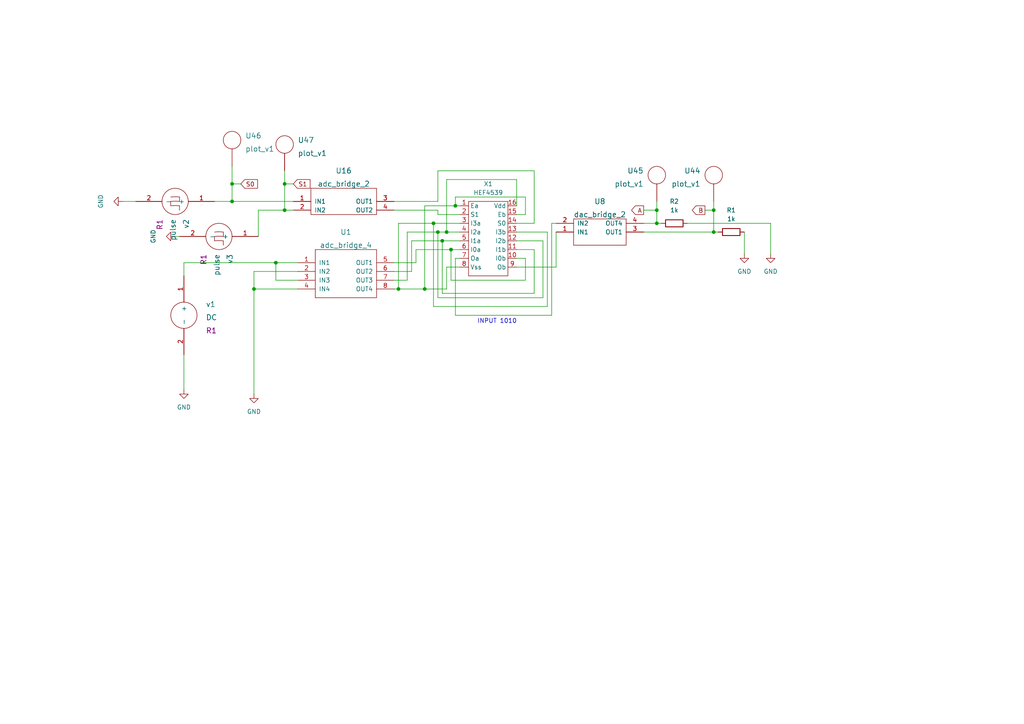
<source format=kicad_sch>
(kicad_sch (version 20211123) (generator eeschema)

  (uuid 9d3ee385-1a26-4b05-af67-77cbc5e95c9e)

  (paper "A4")

  (lib_symbols
    (symbol "eSim_Devices:resistor" (pin_numbers hide) (pin_names (offset 0)) (in_bom yes) (on_board yes)
      (property "Reference" "R" (id 0) (at 1.27 3.302 0)
        (effects (font (size 1.27 1.27)))
      )
      (property "Value" "resistor" (id 1) (at 1.27 -1.27 0)
        (effects (font (size 1.27 1.27)))
      )
      (property "Footprint" "" (id 2) (at 1.27 -0.508 0)
        (effects (font (size 0.762 0.762)))
      )
      (property "Datasheet" "" (id 3) (at 1.27 1.27 90)
        (effects (font (size 0.762 0.762)))
      )
      (property "ki_fp_filters" "R_* Resistor_*" (id 4) (at 0 0 0)
        (effects (font (size 1.27 1.27)) hide)
      )
      (symbol "resistor_0_1"
        (rectangle (start 3.81 0.254) (end -1.27 2.286)
          (stroke (width 0.254) (type default) (color 0 0 0 0))
          (fill (type none))
        )
      )
      (symbol "resistor_1_1"
        (pin passive line (at -2.54 1.27 0) (length 1.27)
          (name "~" (effects (font (size 1.524 1.524))))
          (number "1" (effects (font (size 1.524 1.524))))
        )
        (pin passive line (at 5.08 1.27 180) (length 1.27)
          (name "~" (effects (font (size 1.524 1.524))))
          (number "2" (effects (font (size 1.524 1.524))))
        )
      )
    )
    (symbol "eSim_Hybrid:adc_bridge_2" (pin_names (offset 1.016)) (in_bom yes) (on_board yes)
      (property "Reference" "U" (id 0) (at 0 0 0)
        (effects (font (size 1.524 1.524)))
      )
      (property "Value" "adc_bridge_2" (id 1) (at 0 3.81 0)
        (effects (font (size 1.524 1.524)))
      )
      (property "Footprint" "" (id 2) (at 0 0 0)
        (effects (font (size 1.524 1.524)))
      )
      (property "Datasheet" "" (id 3) (at 0 0 0)
        (effects (font (size 1.524 1.524)))
      )
      (symbol "adc_bridge_2_0_1"
        (rectangle (start -10.16 5.08) (end 8.89 -2.54)
          (stroke (width 0) (type default) (color 0 0 0 0))
          (fill (type none))
        )
      )
      (symbol "adc_bridge_2_1_1"
        (pin input line (at -15.24 1.27 0) (length 5.08)
          (name "IN1" (effects (font (size 1.27 1.27))))
          (number "1" (effects (font (size 1.27 1.27))))
        )
        (pin input line (at -15.24 -1.27 0) (length 5.08)
          (name "IN2" (effects (font (size 1.27 1.27))))
          (number "2" (effects (font (size 1.27 1.27))))
        )
        (pin output line (at 13.97 1.27 180) (length 5.08)
          (name "OUT1" (effects (font (size 1.27 1.27))))
          (number "3" (effects (font (size 1.27 1.27))))
        )
        (pin output line (at 13.97 -1.27 180) (length 5.08)
          (name "OUT2" (effects (font (size 1.27 1.27))))
          (number "4" (effects (font (size 1.27 1.27))))
        )
      )
    )
    (symbol "eSim_Hybrid:adc_bridge_4" (pin_names (offset 1.016)) (in_bom yes) (on_board yes)
      (property "Reference" "U" (id 0) (at 0 0 0)
        (effects (font (size 1.524 1.524)))
      )
      (property "Value" "adc_bridge_4" (id 1) (at 0 7.62 0)
        (effects (font (size 1.524 1.524)))
      )
      (property "Footprint" "" (id 2) (at 0 0 0)
        (effects (font (size 1.524 1.524)))
      )
      (property "Datasheet" "" (id 3) (at 0 0 0)
        (effects (font (size 1.524 1.524)))
      )
      (symbol "adc_bridge_4_0_1"
        (rectangle (start -8.89 8.89) (end 8.89 -5.08)
          (stroke (width 0) (type default) (color 0 0 0 0))
          (fill (type none))
        )
      )
      (symbol "adc_bridge_4_1_1"
        (pin input line (at -13.97 5.08 0) (length 5.08)
          (name "IN1" (effects (font (size 1.27 1.27))))
          (number "1" (effects (font (size 1.27 1.27))))
        )
        (pin input line (at -13.97 2.54 0) (length 5.08)
          (name "IN2" (effects (font (size 1.27 1.27))))
          (number "2" (effects (font (size 1.27 1.27))))
        )
        (pin input line (at -13.97 0 0) (length 5.08)
          (name "IN3" (effects (font (size 1.27 1.27))))
          (number "3" (effects (font (size 1.27 1.27))))
        )
        (pin input line (at -13.97 -2.54 0) (length 5.08)
          (name "IN4" (effects (font (size 1.27 1.27))))
          (number "4" (effects (font (size 1.27 1.27))))
        )
        (pin output line (at 13.97 5.08 180) (length 5.08)
          (name "OUT1" (effects (font (size 1.27 1.27))))
          (number "5" (effects (font (size 1.27 1.27))))
        )
        (pin output line (at 13.97 2.54 180) (length 5.08)
          (name "OUT2" (effects (font (size 1.27 1.27))))
          (number "6" (effects (font (size 1.27 1.27))))
        )
        (pin output line (at 13.97 0 180) (length 5.08)
          (name "OUT3" (effects (font (size 1.27 1.27))))
          (number "7" (effects (font (size 1.27 1.27))))
        )
        (pin output line (at 13.97 -2.54 180) (length 5.08)
          (name "OUT4" (effects (font (size 1.27 1.27))))
          (number "8" (effects (font (size 1.27 1.27))))
        )
      )
    )
    (symbol "eSim_Hybrid:dac_bridge_2" (pin_names (offset 1.016)) (in_bom yes) (on_board yes)
      (property "Reference" "U" (id 0) (at 0 0 0)
        (effects (font (size 1.524 1.524)))
      )
      (property "Value" "dac_bridge_2" (id 1) (at 1.27 3.81 0)
        (effects (font (size 1.524 1.524)))
      )
      (property "Footprint" "" (id 2) (at 0 0 0)
        (effects (font (size 1.524 1.524)))
      )
      (property "Datasheet" "" (id 3) (at 0 0 0)
        (effects (font (size 1.524 1.524)))
      )
      (symbol "dac_bridge_2_0_1"
        (rectangle (start -6.35 5.08) (end 8.89 -2.54)
          (stroke (width 0) (type default) (color 0 0 0 0))
          (fill (type none))
        )
      )
      (symbol "dac_bridge_2_1_1"
        (pin input line (at -11.43 1.27 0) (length 5.08)
          (name "IN1" (effects (font (size 1.27 1.27))))
          (number "1" (effects (font (size 1.27 1.27))))
        )
        (pin input line (at -11.43 -1.27 0) (length 5.08)
          (name "IN2" (effects (font (size 1.27 1.27))))
          (number "2" (effects (font (size 1.27 1.27))))
        )
        (pin output line (at 13.97 1.27 180) (length 5.08)
          (name "OUT1" (effects (font (size 1.27 1.27))))
          (number "3" (effects (font (size 1.27 1.27))))
        )
        (pin output line (at 13.97 -1.27 180) (length 5.08)
          (name "OUT4" (effects (font (size 1.27 1.27))))
          (number "4" (effects (font (size 1.27 1.27))))
        )
      )
    )
    (symbol "eSim_Plot:plot_v1" (pin_names (offset 1.016)) (in_bom yes) (on_board yes)
      (property "Reference" "U" (id 0) (at 0 12.7 0)
        (effects (font (size 1.524 1.524)))
      )
      (property "Value" "plot_v1" (id 1) (at 5.08 8.89 0)
        (effects (font (size 1.524 1.524)))
      )
      (property "Footprint" "" (id 2) (at 0 0 0)
        (effects (font (size 1.524 1.524)))
      )
      (property "Datasheet" "" (id 3) (at 0 0 0)
        (effects (font (size 1.524 1.524)))
      )
      (symbol "plot_v1_0_1"
        (circle (center 0 12.7) (radius 2.54)
          (stroke (width 0) (type default) (color 0 0 0 0))
          (fill (type none))
        )
      )
      (symbol "plot_v1_1_1"
        (pin input line (at 0 5.08 90) (length 5.08)
          (name "~" (effects (font (size 1.27 1.27))))
          (number "~" (effects (font (size 1.27 1.27))))
        )
      )
    )
    (symbol "eSim_Power:eSim_GND" (power) (pin_names (offset 0)) (in_bom yes) (on_board yes)
      (property "Reference" "#PWR" (id 0) (at 0 -6.35 0)
        (effects (font (size 1.27 1.27)) hide)
      )
      (property "Value" "eSim_GND" (id 1) (at 0 -3.81 0)
        (effects (font (size 1.27 1.27)))
      )
      (property "Footprint" "" (id 2) (at 0 0 0)
        (effects (font (size 1.27 1.27)) hide)
      )
      (property "Datasheet" "" (id 3) (at 0 0 0)
        (effects (font (size 1.27 1.27)) hide)
      )
      (symbol "eSim_GND_0_1"
        (polyline
          (pts
            (xy 0 0)
            (xy 0 -1.27)
            (xy 1.27 -1.27)
            (xy 0 -2.54)
            (xy -1.27 -1.27)
            (xy 0 -1.27)
          )
          (stroke (width 0) (type default) (color 0 0 0 0))
          (fill (type none))
        )
      )
      (symbol "eSim_GND_1_1"
        (pin power_in line (at 0 0 270) (length 0) hide
          (name "GND" (effects (font (size 1.27 1.27))))
          (number "1" (effects (font (size 1.27 1.27))))
        )
      )
    )
    (symbol "eSim_Sources:DC" (pin_names (offset 1.016)) (in_bom yes) (on_board yes)
      (property "Reference" "v" (id 0) (at -5.08 2.54 0)
        (effects (font (size 1.524 1.524)))
      )
      (property "Value" "DC" (id 1) (at -5.08 -1.27 0)
        (effects (font (size 1.524 1.524)))
      )
      (property "Footprint" "R1" (id 2) (at -7.62 0 0)
        (effects (font (size 1.524 1.524)))
      )
      (property "Datasheet" "" (id 3) (at 0 0 0)
        (effects (font (size 1.524 1.524)))
      )
      (property "ki_fp_filters" "1_pin" (id 4) (at 0 0 0)
        (effects (font (size 1.27 1.27)) hide)
      )
      (symbol "DC_0_1"
        (circle (center 0 0) (radius 3.81)
          (stroke (width 0) (type default) (color 0 0 0 0))
          (fill (type none))
        )
      )
      (symbol "DC_1_1"
        (pin power_out line (at 0 11.43 270) (length 7.62)
          (name "+" (effects (font (size 1.27 1.27))))
          (number "1" (effects (font (size 1.27 1.27))))
        )
        (pin power_out line (at 0 -11.43 90) (length 7.62)
          (name "-" (effects (font (size 1.27 1.27))))
          (number "2" (effects (font (size 1.27 1.27))))
        )
      )
    )
    (symbol "eSim_Sources:pulse" (pin_names (offset 1.016)) (in_bom yes) (on_board yes)
      (property "Reference" "v" (id 0) (at -5.08 2.54 0)
        (effects (font (size 1.524 1.524)))
      )
      (property "Value" "pulse" (id 1) (at -5.08 -1.27 0)
        (effects (font (size 1.524 1.524)))
      )
      (property "Footprint" "R1" (id 2) (at -7.62 0 0)
        (effects (font (size 1.524 1.524)))
      )
      (property "Datasheet" "" (id 3) (at 0 0 0)
        (effects (font (size 1.524 1.524)))
      )
      (property "ki_fp_filters" "1_pin" (id 4) (at 0 0 0)
        (effects (font (size 1.27 1.27)) hide)
      )
      (symbol "pulse_0_1"
        (arc (start -1.27 1.27) (mid -1.3491 0) (end -1.27 -1.27)
          (stroke (width 0) (type default) (color 0 0 0 0))
          (fill (type none))
        )
        (arc (start 0 -1.27) (mid 0.635 -1.2876) (end 1.27 -1.27)
          (stroke (width 0) (type default) (color 0 0 0 0))
          (fill (type none))
        )
        (circle (center 0 0) (radius 3.81)
          (stroke (width 0) (type default) (color 0 0 0 0))
          (fill (type none))
        )
        (arc (start 0 1.27) (mid -0.635 1.2859) (end -1.27 1.27)
          (stroke (width 0) (type default) (color 0 0 0 0))
          (fill (type none))
        )
        (arc (start 0 1.27) (mid -0.0703 0) (end 0 -1.27)
          (stroke (width 0) (type default) (color 0 0 0 0))
          (fill (type none))
        )
        (arc (start 1.27 1.27) (mid 1.2124 0) (end 1.27 -1.27)
          (stroke (width 0) (type default) (color 0 0 0 0))
          (fill (type none))
        )
        (arc (start 1.27 1.27) (mid 1.905 1.2556) (end 2.54 1.27)
          (stroke (width 0) (type default) (color 0 0 0 0))
          (fill (type none))
        )
      )
      (symbol "pulse_1_1"
        (pin passive line (at 0 11.43 270) (length 7.62)
          (name "+" (effects (font (size 1.27 1.27))))
          (number "1" (effects (font (size 1.27 1.27))))
        )
        (pin passive line (at 0 -11.43 90) (length 7.62)
          (name "-" (effects (font (size 1.27 1.27))))
          (number "2" (effects (font (size 1.27 1.27))))
        )
      )
    )
    (symbol "eSim_Subckt:HEF4539" (in_bom yes) (on_board yes)
      (property "Reference" "X" (id 0) (at 0 -16.51 0)
        (effects (font (size 1.27 1.27)))
      )
      (property "Value" "HEF4539" (id 1) (at 0 8.89 0)
        (effects (font (size 1.27 1.27)))
      )
      (property "Footprint" "" (id 2) (at 2.54 0 0)
        (effects (font (size 1.27 1.27)) hide)
      )
      (property "Datasheet" "" (id 3) (at 2.54 0 0)
        (effects (font (size 1.27 1.27)) hide)
      )
      (symbol "HEF4539_0_1"
        (rectangle (start -6.35 6.35) (end 5.08 -15.24)
          (stroke (width 0) (type default) (color 0 0 0 0))
          (fill (type none))
        )
      )
      (symbol "HEF4539_1_1"
        (pin input line (at -8.89 5.08 0) (length 2.54)
          (name "Ea" (effects (font (size 1.27 1.27))))
          (number "1" (effects (font (size 1.27 1.27))))
        )
        (pin input line (at 7.62 -10.16 180) (length 2.54)
          (name "I0b" (effects (font (size 1.27 1.27))))
          (number "10" (effects (font (size 1.27 1.27))))
        )
        (pin input line (at 7.62 -7.62 180) (length 2.54)
          (name "I1b" (effects (font (size 1.27 1.27))))
          (number "11" (effects (font (size 1.27 1.27))))
        )
        (pin input line (at 7.62 -5.08 180) (length 2.54)
          (name "I2b" (effects (font (size 1.27 1.27))))
          (number "12" (effects (font (size 1.27 1.27))))
        )
        (pin input line (at 7.62 -2.54 180) (length 2.54)
          (name "I3b" (effects (font (size 1.27 1.27))))
          (number "13" (effects (font (size 1.27 1.27))))
        )
        (pin input line (at 7.62 0 180) (length 2.54)
          (name "S0" (effects (font (size 1.27 1.27))))
          (number "14" (effects (font (size 1.27 1.27))))
        )
        (pin input line (at 7.62 2.54 180) (length 2.54)
          (name "Eb" (effects (font (size 1.27 1.27))))
          (number "15" (effects (font (size 1.27 1.27))))
        )
        (pin input line (at 7.62 5.08 180) (length 2.54)
          (name "Vdd" (effects (font (size 1.27 1.27))))
          (number "16" (effects (font (size 1.27 1.27))))
        )
        (pin input line (at -8.89 2.54 0) (length 2.54)
          (name "S1" (effects (font (size 1.27 1.27))))
          (number "2" (effects (font (size 1.27 1.27))))
        )
        (pin input line (at -8.89 0 0) (length 2.54)
          (name "I3a" (effects (font (size 1.27 1.27))))
          (number "3" (effects (font (size 1.27 1.27))))
        )
        (pin input line (at -8.89 -2.54 0) (length 2.54)
          (name "I2a" (effects (font (size 1.27 1.27))))
          (number "4" (effects (font (size 1.27 1.27))))
        )
        (pin input line (at -8.89 -5.08 0) (length 2.54)
          (name "I1a" (effects (font (size 1.27 1.27))))
          (number "5" (effects (font (size 1.27 1.27))))
        )
        (pin input line (at -8.89 -7.62 0) (length 2.54)
          (name "I0a" (effects (font (size 1.27 1.27))))
          (number "6" (effects (font (size 1.27 1.27))))
        )
        (pin output line (at -8.89 -10.16 0) (length 2.54)
          (name "Oa" (effects (font (size 1.27 1.27))))
          (number "7" (effects (font (size 1.27 1.27))))
        )
        (pin input line (at -8.89 -12.7 0) (length 2.54)
          (name "Vss" (effects (font (size 1.27 1.27))))
          (number "8" (effects (font (size 1.27 1.27))))
        )
        (pin output line (at 7.62 -12.7 180) (length 2.54)
          (name "Ob" (effects (font (size 1.27 1.27))))
          (number "9" (effects (font (size 1.27 1.27))))
        )
      )
    )
  )

  (junction (at 127 67.31) (diameter 0) (color 0 0 0 0)
    (uuid 0cfe4fd9-adf4-4a6d-bfc1-fde48b37e995)
  )
  (junction (at 73.66 83.82) (diameter 0) (color 0 0 0 0)
    (uuid 0ed7ee51-b135-4ea6-a1e6-03c36a11bf74)
  )
  (junction (at 132.08 59.69) (diameter 0) (color 0 0 0 0)
    (uuid 1ebf2362-aa38-456e-8da9-81cf381c01a3)
  )
  (junction (at 115.57 83.82) (diameter 0) (color 0 0 0 0)
    (uuid 2c59b898-def7-4ecf-84f7-f3935a5d1ae3)
  )
  (junction (at 190.5 64.77) (diameter 0) (color 0 0 0 0)
    (uuid 2f73dae8-c1b6-42b6-bbfe-7c57908cc3cf)
  )
  (junction (at 125.73 64.77) (diameter 0) (color 0 0 0 0)
    (uuid 3ce229d0-3952-4537-b185-ccdd17f05fef)
  )
  (junction (at 128.27 69.85) (diameter 0) (color 0 0 0 0)
    (uuid 5388abee-90de-40d1-8c8a-2bc087d007af)
  )
  (junction (at 82.55 60.96) (diameter 0) (color 0 0 0 0)
    (uuid 53d276aa-a7cc-4bc7-b4ea-d668cd420af7)
  )
  (junction (at 67.31 53.34) (diameter 0) (color 0 0 0 0)
    (uuid 8703474c-c923-478f-ae84-15e5755c1fda)
  )
  (junction (at 67.31 58.42) (diameter 0) (color 0 0 0 0)
    (uuid 97b1ad9b-d9bb-40e9-9125-8b64b5c4f80b)
  )
  (junction (at 123.19 83.82) (diameter 0) (color 0 0 0 0)
    (uuid 9a267d9c-8ac0-4560-a6e5-6c6a3dea1a05)
  )
  (junction (at 129.54 67.31) (diameter 0) (color 0 0 0 0)
    (uuid b29ce1b1-4028-43ce-af21-ce65dbb4bf06)
  )
  (junction (at 80.01 76.2) (diameter 0) (color 0 0 0 0)
    (uuid c6fe8f88-001c-43f1-80d4-02e5ee81f9f0)
  )
  (junction (at 190.5 60.96) (diameter 0) (color 0 0 0 0)
    (uuid cc981677-0f34-4ad0-902d-cf57ff889e14)
  )
  (junction (at 82.55 53.34) (diameter 0) (color 0 0 0 0)
    (uuid d73e4586-027e-4362-928b-a22559d11d57)
  )
  (junction (at 130.81 72.39) (diameter 0) (color 0 0 0 0)
    (uuid e0d84599-b9df-4ee5-925e-88582b802d52)
  )
  (junction (at 207.01 60.96) (diameter 0) (color 0 0 0 0)
    (uuid e2046d35-7c66-42f0-9645-bef398354867)
  )
  (junction (at 207.01 67.31) (diameter 0) (color 0 0 0 0)
    (uuid f8501a9a-feb2-4539-8109-7be5b1d5cbab)
  )

  (wire (pts (xy 114.3 58.42) (xy 127 58.42))
    (stroke (width 0) (type default) (color 0 0 0 0))
    (uuid 042d63dd-8a5b-4317-9428-057bd9e3020e)
  )
  (wire (pts (xy 128.27 69.85) (xy 133.35 69.85))
    (stroke (width 0) (type default) (color 0 0 0 0))
    (uuid 05a07367-e45a-4a01-982f-bfe414ac0a0f)
  )
  (wire (pts (xy 86.36 83.82) (xy 73.66 83.82))
    (stroke (width 0) (type default) (color 0 0 0 0))
    (uuid 05ff6cb7-a9e2-4eed-ba78-64a9c21d1733)
  )
  (wire (pts (xy 132.08 91.44) (xy 132.08 74.93))
    (stroke (width 0) (type default) (color 0 0 0 0))
    (uuid 084d2cfa-202e-4d24-ac6e-dbf5a5c87b7c)
  )
  (wire (pts (xy 132.08 91.44) (xy 160.02 91.44))
    (stroke (width 0) (type default) (color 0 0 0 0))
    (uuid 0cf69794-2f9a-4850-8581-7a3f485a60fd)
  )
  (wire (pts (xy 132.08 74.93) (xy 133.35 74.93))
    (stroke (width 0) (type default) (color 0 0 0 0))
    (uuid 12f445d8-88a7-419f-a1ba-e13e7cc6fbfe)
  )
  (wire (pts (xy 67.31 48.26) (xy 67.31 53.34))
    (stroke (width 0) (type default) (color 0 0 0 0))
    (uuid 13bf8aa2-d111-4e85-a984-3aa5a97bbd9c)
  )
  (wire (pts (xy 80.01 76.2) (xy 86.36 76.2))
    (stroke (width 0) (type default) (color 0 0 0 0))
    (uuid 15fd01d5-e5b5-4da9-a5a9-c03c6fda542d)
  )
  (wire (pts (xy 114.3 78.74) (xy 119.38 78.74))
    (stroke (width 0) (type default) (color 0 0 0 0))
    (uuid 19a25908-594e-4bc8-a76f-30e66959e43f)
  )
  (wire (pts (xy 119.38 69.85) (xy 128.27 69.85))
    (stroke (width 0) (type default) (color 0 0 0 0))
    (uuid 1e0eb59a-7b8e-4d23-b1eb-1d7f131fdca4)
  )
  (wire (pts (xy 207.01 60.96) (xy 207.01 67.31))
    (stroke (width 0) (type default) (color 0 0 0 0))
    (uuid 1f853093-d6ac-4c44-ab89-77f47b36758f)
  )
  (wire (pts (xy 223.52 64.77) (xy 199.39 64.77))
    (stroke (width 0) (type default) (color 0 0 0 0))
    (uuid 21f5f43c-af33-4f3a-8adc-f481ff8cc6d3)
  )
  (wire (pts (xy 118.11 81.28) (xy 118.11 67.31))
    (stroke (width 0) (type default) (color 0 0 0 0))
    (uuid 2c829c33-06a1-421d-a218-a6d19c6794a6)
  )
  (wire (pts (xy 53.34 80.01) (xy 53.34 76.2))
    (stroke (width 0) (type default) (color 0 0 0 0))
    (uuid 339ca254-7dd7-49cb-b811-2cec48f36bcd)
  )
  (wire (pts (xy 125.73 64.77) (xy 133.35 64.77))
    (stroke (width 0) (type default) (color 0 0 0 0))
    (uuid 34bae49c-8545-4336-910b-410ab98d9adc)
  )
  (wire (pts (xy 82.55 60.96) (xy 85.09 60.96))
    (stroke (width 0) (type default) (color 0 0 0 0))
    (uuid 37118fd5-0e82-440b-97a6-ecd0f560f6ff)
  )
  (wire (pts (xy 74.93 68.58) (xy 74.93 60.96))
    (stroke (width 0) (type default) (color 0 0 0 0))
    (uuid 3a007693-5329-4884-a9a3-d782f6b6e1a5)
  )
  (wire (pts (xy 132.08 59.69) (xy 123.19 59.69))
    (stroke (width 0) (type default) (color 0 0 0 0))
    (uuid 3e11519f-5fb8-4c81-9e2f-6c3106da8e20)
  )
  (wire (pts (xy 149.86 69.85) (xy 157.48 69.85))
    (stroke (width 0) (type default) (color 0 0 0 0))
    (uuid 40137bca-0ae1-4482-aa79-9ba0382f028c)
  )
  (wire (pts (xy 154.94 72.39) (xy 154.94 85.09))
    (stroke (width 0) (type default) (color 0 0 0 0))
    (uuid 40fbb7c7-9824-452e-b055-da4b957f31a7)
  )
  (wire (pts (xy 67.31 53.34) (xy 69.85 53.34))
    (stroke (width 0) (type default) (color 0 0 0 0))
    (uuid 448b10db-0564-4bea-8c78-a5d5e36ec1d0)
  )
  (wire (pts (xy 82.55 53.34) (xy 82.55 60.96))
    (stroke (width 0) (type default) (color 0 0 0 0))
    (uuid 44914ff3-a7e9-47c4-b6eb-5a26a3770a36)
  )
  (wire (pts (xy 130.81 81.28) (xy 130.81 72.39))
    (stroke (width 0) (type default) (color 0 0 0 0))
    (uuid 4961568f-d35f-4195-8121-f968f50812b2)
  )
  (wire (pts (xy 74.93 60.96) (xy 82.55 60.96))
    (stroke (width 0) (type default) (color 0 0 0 0))
    (uuid 4ad02bca-6332-45ec-9f07-fb416383fcb0)
  )
  (wire (pts (xy 132.08 57.15) (xy 132.08 59.69))
    (stroke (width 0) (type default) (color 0 0 0 0))
    (uuid 51c85386-0b61-49b1-abb7-88cc052ea832)
  )
  (wire (pts (xy 152.4 62.23) (xy 152.4 57.15))
    (stroke (width 0) (type default) (color 0 0 0 0))
    (uuid 57b4ae09-3b14-428c-ad38-deb51efbe709)
  )
  (wire (pts (xy 115.57 83.82) (xy 115.57 64.77))
    (stroke (width 0) (type default) (color 0 0 0 0))
    (uuid 5f64d94b-9acb-4c51-ae7f-98495b326982)
  )
  (wire (pts (xy 114.3 81.28) (xy 118.11 81.28))
    (stroke (width 0) (type default) (color 0 0 0 0))
    (uuid 5fab16ef-223b-42eb-9d12-bb94396ac059)
  )
  (wire (pts (xy 128.27 85.09) (xy 128.27 69.85))
    (stroke (width 0) (type default) (color 0 0 0 0))
    (uuid 60a2934f-6300-4fe7-9aa7-f8e9e90c3000)
  )
  (wire (pts (xy 119.38 78.74) (xy 119.38 69.85))
    (stroke (width 0) (type default) (color 0 0 0 0))
    (uuid 629b507f-f403-4a60-a416-590d2fed1388)
  )
  (wire (pts (xy 149.86 52.07) (xy 129.54 52.07))
    (stroke (width 0) (type default) (color 0 0 0 0))
    (uuid 63b9a6f5-9d05-44b9-a5c4-f747f226ef45)
  )
  (wire (pts (xy 123.19 83.82) (xy 115.57 83.82))
    (stroke (width 0) (type default) (color 0 0 0 0))
    (uuid 6636d3d1-846d-4799-a1c9-a139743faf3c)
  )
  (wire (pts (xy 73.66 78.74) (xy 73.66 83.82))
    (stroke (width 0) (type default) (color 0 0 0 0))
    (uuid 6a058027-52e5-45b6-a0c6-275daddcdd28)
  )
  (wire (pts (xy 86.36 81.28) (xy 80.01 81.28))
    (stroke (width 0) (type default) (color 0 0 0 0))
    (uuid 6a79b477-9555-42ee-b154-f7528e28a0a3)
  )
  (wire (pts (xy 207.01 67.31) (xy 186.69 67.31))
    (stroke (width 0) (type default) (color 0 0 0 0))
    (uuid 6bb99b28-2052-41d5-8e0e-c654771c9cf3)
  )
  (wire (pts (xy 215.9 67.31) (xy 215.9 73.66))
    (stroke (width 0) (type default) (color 0 0 0 0))
    (uuid 6eaf2a97-6a7b-45d4-a5d8-39f40ccee42c)
  )
  (wire (pts (xy 127 67.31) (xy 129.54 67.31))
    (stroke (width 0) (type default) (color 0 0 0 0))
    (uuid 753b26e8-1494-463e-bd55-325acf24d3ee)
  )
  (wire (pts (xy 152.4 74.93) (xy 152.4 81.28))
    (stroke (width 0) (type default) (color 0 0 0 0))
    (uuid 7d9fba09-b92e-4f05-af01-32ad87f08e81)
  )
  (wire (pts (xy 207.01 60.96) (xy 204.47 60.96))
    (stroke (width 0) (type default) (color 0 0 0 0))
    (uuid 7f8970af-9f57-4632-9a28-13ec24c44714)
  )
  (wire (pts (xy 127 62.23) (xy 133.35 62.23))
    (stroke (width 0) (type default) (color 0 0 0 0))
    (uuid 813d0c48-aa2a-4439-bea9-cf0c663c8ded)
  )
  (wire (pts (xy 118.11 67.31) (xy 127 67.31))
    (stroke (width 0) (type default) (color 0 0 0 0))
    (uuid 82c14b64-c7cc-4e78-9def-66de9534c383)
  )
  (wire (pts (xy 207.01 58.42) (xy 207.01 60.96))
    (stroke (width 0) (type default) (color 0 0 0 0))
    (uuid 862e4b97-e000-4be7-8b19-e311a8b24cdf)
  )
  (wire (pts (xy 157.48 69.85) (xy 157.48 86.36))
    (stroke (width 0) (type default) (color 0 0 0 0))
    (uuid 878a8d55-e23c-4bbf-8428-e5b27d9f6665)
  )
  (wire (pts (xy 149.86 77.47) (xy 161.29 77.47))
    (stroke (width 0) (type default) (color 0 0 0 0))
    (uuid 8bc17919-cac5-4002-9921-607a082ea539)
  )
  (wire (pts (xy 190.5 60.96) (xy 190.5 64.77))
    (stroke (width 0) (type default) (color 0 0 0 0))
    (uuid 916ca569-3940-4620-a44b-260a504410b3)
  )
  (wire (pts (xy 127 49.53) (xy 154.94 49.53))
    (stroke (width 0) (type default) (color 0 0 0 0))
    (uuid 9277c9fb-8656-4b50-9210-905f73a05c1f)
  )
  (wire (pts (xy 39.37 58.42) (xy 35.56 58.42))
    (stroke (width 0) (type default) (color 0 0 0 0))
    (uuid 98b65ccf-8cda-4b3b-a0b9-96253e6f5f51)
  )
  (wire (pts (xy 80.01 81.28) (xy 80.01 76.2))
    (stroke (width 0) (type default) (color 0 0 0 0))
    (uuid 9aaa4a83-0e0a-4a00-9184-8e8de18ddde4)
  )
  (wire (pts (xy 129.54 52.07) (xy 129.54 67.31))
    (stroke (width 0) (type default) (color 0 0 0 0))
    (uuid 9bddce64-e964-43b9-b989-e10d7b5a3e38)
  )
  (wire (pts (xy 133.35 59.69) (xy 132.08 59.69))
    (stroke (width 0) (type default) (color 0 0 0 0))
    (uuid 9fc8600e-0efa-4e48-b22d-08d0e537d6ee)
  )
  (wire (pts (xy 161.29 67.31) (xy 161.29 77.47))
    (stroke (width 0) (type default) (color 0 0 0 0))
    (uuid a0936129-cf16-46d8-b07f-299885f6e73a)
  )
  (wire (pts (xy 129.54 83.82) (xy 123.19 83.82))
    (stroke (width 0) (type default) (color 0 0 0 0))
    (uuid a0979c13-8735-41f2-8f74-ac2104d8fda4)
  )
  (wire (pts (xy 67.31 53.34) (xy 67.31 58.42))
    (stroke (width 0) (type default) (color 0 0 0 0))
    (uuid a0bc6054-67e5-4b70-8cbb-0ac17e6f857f)
  )
  (wire (pts (xy 152.4 57.15) (xy 132.08 57.15))
    (stroke (width 0) (type default) (color 0 0 0 0))
    (uuid a3e8330c-33c3-4efd-9d90-ede9d7e7d114)
  )
  (wire (pts (xy 52.07 68.58) (xy 50.8 68.58))
    (stroke (width 0) (type default) (color 0 0 0 0))
    (uuid a64fe5ef-521a-47f3-9e17-14c96a8495d7)
  )
  (wire (pts (xy 114.3 83.82) (xy 115.57 83.82))
    (stroke (width 0) (type default) (color 0 0 0 0))
    (uuid a9d2f963-f1f9-4b22-b843-8e8f140fe889)
  )
  (wire (pts (xy 149.86 67.31) (xy 158.75 67.31))
    (stroke (width 0) (type default) (color 0 0 0 0))
    (uuid ab8c7d09-63d3-4f80-a3c2-e2439aa6006e)
  )
  (wire (pts (xy 160.02 91.44) (xy 160.02 64.77))
    (stroke (width 0) (type default) (color 0 0 0 0))
    (uuid af9d8874-62bd-42fe-a289-e325fa6bf9aa)
  )
  (wire (pts (xy 125.73 64.77) (xy 125.73 88.9))
    (stroke (width 0) (type default) (color 0 0 0 0))
    (uuid afb6536c-5cc6-4409-804f-42e4de6927aa)
  )
  (wire (pts (xy 127 86.36) (xy 127 67.31))
    (stroke (width 0) (type default) (color 0 0 0 0))
    (uuid b4911523-2c39-480b-a8c1-d730d5163c96)
  )
  (wire (pts (xy 120.65 76.2) (xy 120.65 72.39))
    (stroke (width 0) (type default) (color 0 0 0 0))
    (uuid b4af9937-b536-4716-ac8e-399c93c391f9)
  )
  (wire (pts (xy 123.19 59.69) (xy 123.19 83.82))
    (stroke (width 0) (type default) (color 0 0 0 0))
    (uuid b6d8991e-3381-41e1-9ad8-7defa007f198)
  )
  (wire (pts (xy 154.94 64.77) (xy 149.86 64.77))
    (stroke (width 0) (type default) (color 0 0 0 0))
    (uuid bd87e457-77c6-47f0-8111-f83b2b56059d)
  )
  (wire (pts (xy 157.48 86.36) (xy 127 86.36))
    (stroke (width 0) (type default) (color 0 0 0 0))
    (uuid bfd780dd-59ee-42a7-b6d8-4d3eb5901969)
  )
  (wire (pts (xy 129.54 67.31) (xy 133.35 67.31))
    (stroke (width 0) (type default) (color 0 0 0 0))
    (uuid c21d7764-41fc-4e1c-986e-70e765b91573)
  )
  (wire (pts (xy 130.81 72.39) (xy 133.35 72.39))
    (stroke (width 0) (type default) (color 0 0 0 0))
    (uuid c26c7127-6bfc-417c-bfff-4b593311abd3)
  )
  (wire (pts (xy 67.31 58.42) (xy 85.09 58.42))
    (stroke (width 0) (type default) (color 0 0 0 0))
    (uuid c26d9269-1c8a-4e23-bcb8-f5d297f1a1bb)
  )
  (wire (pts (xy 73.66 83.82) (xy 73.66 114.3))
    (stroke (width 0) (type default) (color 0 0 0 0))
    (uuid c69d304c-1983-45b0-990e-6e6788b7500e)
  )
  (wire (pts (xy 62.23 58.42) (xy 67.31 58.42))
    (stroke (width 0) (type default) (color 0 0 0 0))
    (uuid c882da05-fc19-42e9-b7ae-47d398e19570)
  )
  (wire (pts (xy 154.94 49.53) (xy 154.94 64.77))
    (stroke (width 0) (type default) (color 0 0 0 0))
    (uuid c8de73d1-7bb8-49dd-bd3f-a3c0765868a1)
  )
  (wire (pts (xy 190.5 60.96) (xy 186.69 60.96))
    (stroke (width 0) (type default) (color 0 0 0 0))
    (uuid cd651cee-bbb0-4772-a8f5-0a6eac7181a7)
  )
  (wire (pts (xy 190.5 58.42) (xy 190.5 60.96))
    (stroke (width 0) (type default) (color 0 0 0 0))
    (uuid ce51ef8b-63b8-4701-a07b-381cfc8d3dc5)
  )
  (wire (pts (xy 115.57 64.77) (xy 125.73 64.77))
    (stroke (width 0) (type default) (color 0 0 0 0))
    (uuid cedd9b2a-4be8-4585-a281-d566940b1245)
  )
  (wire (pts (xy 191.77 64.77) (xy 190.5 64.77))
    (stroke (width 0) (type default) (color 0 0 0 0))
    (uuid cf16565e-a4d6-424d-a188-522997e0522e)
  )
  (wire (pts (xy 120.65 72.39) (xy 130.81 72.39))
    (stroke (width 0) (type default) (color 0 0 0 0))
    (uuid cf8d8bec-75e1-4e1f-856b-de5f2f5d8011)
  )
  (wire (pts (xy 114.3 60.96) (xy 127 60.96))
    (stroke (width 0) (type default) (color 0 0 0 0))
    (uuid d1fdc053-e7bb-47d0-b2db-f6f5bc7aee6a)
  )
  (wire (pts (xy 160.02 64.77) (xy 161.29 64.77))
    (stroke (width 0) (type default) (color 0 0 0 0))
    (uuid d402bd3f-ba54-4130-8c7f-24b35e0f7585)
  )
  (wire (pts (xy 149.86 72.39) (xy 154.94 72.39))
    (stroke (width 0) (type default) (color 0 0 0 0))
    (uuid d4222cc3-29ca-4736-b3f4-755866f8e872)
  )
  (wire (pts (xy 190.5 64.77) (xy 186.69 64.77))
    (stroke (width 0) (type default) (color 0 0 0 0))
    (uuid d5e09677-d0f5-497f-a9df-ad09ec946415)
  )
  (wire (pts (xy 223.52 73.66) (xy 223.52 64.77))
    (stroke (width 0) (type default) (color 0 0 0 0))
    (uuid d63493b5-05e5-4295-bfbf-f055bbf9e06d)
  )
  (wire (pts (xy 53.34 76.2) (xy 80.01 76.2))
    (stroke (width 0) (type default) (color 0 0 0 0))
    (uuid d6bcc92e-f9e5-4f53-90b6-efe663377f7b)
  )
  (wire (pts (xy 158.75 88.9) (xy 125.73 88.9))
    (stroke (width 0) (type default) (color 0 0 0 0))
    (uuid dae272f5-e0c1-4d85-adb2-e26f9abe4708)
  )
  (wire (pts (xy 82.55 53.34) (xy 85.09 53.34))
    (stroke (width 0) (type default) (color 0 0 0 0))
    (uuid dc8b6d3d-b737-4ed2-9851-96bf4ad24e79)
  )
  (wire (pts (xy 73.66 78.74) (xy 86.36 78.74))
    (stroke (width 0) (type default) (color 0 0 0 0))
    (uuid def24186-d49d-46ff-992e-f23350991411)
  )
  (wire (pts (xy 129.54 77.47) (xy 129.54 83.82))
    (stroke (width 0) (type default) (color 0 0 0 0))
    (uuid df9a618d-5660-45e5-bafc-43b074e32c3f)
  )
  (wire (pts (xy 149.86 62.23) (xy 152.4 62.23))
    (stroke (width 0) (type default) (color 0 0 0 0))
    (uuid e0046bc6-2de0-45b4-a82f-24c65efde6b9)
  )
  (wire (pts (xy 149.86 59.69) (xy 149.86 52.07))
    (stroke (width 0) (type default) (color 0 0 0 0))
    (uuid e25290a9-b2fd-4535-b755-dd5e0f1e5c16)
  )
  (wire (pts (xy 133.35 77.47) (xy 129.54 77.47))
    (stroke (width 0) (type default) (color 0 0 0 0))
    (uuid e2d843b7-524e-4e86-b71b-490e8009c471)
  )
  (wire (pts (xy 114.3 76.2) (xy 120.65 76.2))
    (stroke (width 0) (type default) (color 0 0 0 0))
    (uuid e5a531b4-a85d-42a1-b3fd-a1d6a1ce639e)
  )
  (wire (pts (xy 82.55 49.53) (xy 82.55 53.34))
    (stroke (width 0) (type default) (color 0 0 0 0))
    (uuid e6481902-53e2-4d53-bd52-fd826c552c18)
  )
  (wire (pts (xy 158.75 67.31) (xy 158.75 88.9))
    (stroke (width 0) (type default) (color 0 0 0 0))
    (uuid e8066ebb-997b-4b58-bf3d-269771a51548)
  )
  (wire (pts (xy 149.86 74.93) (xy 152.4 74.93))
    (stroke (width 0) (type default) (color 0 0 0 0))
    (uuid e8e76c3b-9ec1-49e4-a02f-01b7c1bac88b)
  )
  (wire (pts (xy 127 60.96) (xy 127 62.23))
    (stroke (width 0) (type default) (color 0 0 0 0))
    (uuid ea91a776-ebd9-4bf0-9878-6ebc916ada88)
  )
  (wire (pts (xy 152.4 81.28) (xy 130.81 81.28))
    (stroke (width 0) (type default) (color 0 0 0 0))
    (uuid ec98e009-9193-4997-b3c3-0481ec63ee7e)
  )
  (wire (pts (xy 154.94 85.09) (xy 128.27 85.09))
    (stroke (width 0) (type default) (color 0 0 0 0))
    (uuid f5acd427-4143-42c4-b4d0-dc9bc395ce20)
  )
  (wire (pts (xy 208.28 67.31) (xy 207.01 67.31))
    (stroke (width 0) (type default) (color 0 0 0 0))
    (uuid f66a113c-e01a-4f6a-8d42-2218612c183b)
  )
  (wire (pts (xy 53.34 102.87) (xy 53.34 113.03))
    (stroke (width 0) (type default) (color 0 0 0 0))
    (uuid f6e804c9-3c74-4b6e-86d7-246168c96f6b)
  )
  (wire (pts (xy 127 58.42) (xy 127 49.53))
    (stroke (width 0) (type default) (color 0 0 0 0))
    (uuid ffb75fcc-24c3-490c-ad55-07827e735ef7)
  )

  (text "INPUT 1010" (at 138.43 93.98 0)
    (effects (font (size 1.27 1.27)) (justify left bottom))
    (uuid 9bfb823c-2482-4633-b583-fa98aa087c94)
  )

  (global_label "B" (shape output) (at 204.47 60.96 180) (fields_autoplaced)
    (effects (font (size 1.27 1.27)) (justify right))
    (uuid 3f67ce02-19bd-491b-94db-33eae98fb3cb)
    (property "Intersheet References" "${INTERSHEET_REFS}" (id 0) (at 200.7869 60.8806 0)
      (effects (font (size 1.27 1.27)) (justify right) hide)
    )
  )
  (global_label "A" (shape output) (at 186.69 60.96 180) (fields_autoplaced)
    (effects (font (size 1.27 1.27)) (justify right))
    (uuid 71ce8093-a7ad-4084-93ad-bc337b37470d)
    (property "Intersheet References" "${INTERSHEET_REFS}" (id 0) (at 183.1883 60.8806 0)
      (effects (font (size 1.27 1.27)) (justify right) hide)
    )
  )
  (global_label "S0" (shape input) (at 69.85 53.34 0) (fields_autoplaced)
    (effects (font (size 1.27 1.27)) (justify left))
    (uuid a18bfeeb-0b30-4de6-8279-5a86ebcf9cf3)
    (property "Intersheet References" "${INTERSHEET_REFS}" (id 0) (at 74.6821 53.2606 0)
      (effects (font (size 1.27 1.27)) (justify left) hide)
    )
  )
  (global_label "S1" (shape input) (at 85.09 53.34 0) (fields_autoplaced)
    (effects (font (size 1.27 1.27)) (justify left))
    (uuid e97faa78-5d51-48b5-b243-71a148546b8a)
    (property "Intersheet References" "${INTERSHEET_REFS}" (id 0) (at 89.9221 53.2606 0)
      (effects (font (size 1.27 1.27)) (justify left) hide)
    )
  )

  (symbol (lib_id "eSim_Plot:plot_v1") (at 207.01 63.5 0) (mirror y) (unit 1)
    (in_bom yes) (on_board yes) (fields_autoplaced)
    (uuid 08bf0a07-99e1-4e7f-aa08-f79e33ffe199)
    (property "Reference" "U44" (id 0) (at 203.2 49.53 0)
      (effects (font (size 1.524 1.524)) (justify left))
    )
    (property "Value" "plot_v1" (id 1) (at 203.2 53.34 0)
      (effects (font (size 1.524 1.524)) (justify left))
    )
    (property "Footprint" "" (id 2) (at 207.01 63.5 0)
      (effects (font (size 1.524 1.524)))
    )
    (property "Datasheet" "" (id 3) (at 207.01 63.5 0)
      (effects (font (size 1.524 1.524)))
    )
    (pin "~" (uuid b3441043-20b1-4386-bc2a-1e89f2940d64))
  )

  (symbol (lib_id "eSim_Power:eSim_GND") (at 73.66 114.3 0) (unit 1)
    (in_bom yes) (on_board yes) (fields_autoplaced)
    (uuid 3fd2988e-6c1d-44ee-8109-9147c0c3e0c0)
    (property "Reference" "#PWR02" (id 0) (at 73.66 120.65 0)
      (effects (font (size 1.27 1.27)) hide)
    )
    (property "Value" "eSim_GND" (id 1) (at 73.66 119.38 0))
    (property "Footprint" "" (id 2) (at 73.66 114.3 0)
      (effects (font (size 1.27 1.27)) hide)
    )
    (property "Datasheet" "" (id 3) (at 73.66 114.3 0)
      (effects (font (size 1.27 1.27)) hide)
    )
    (pin "1" (uuid da3a37f6-8643-431c-8265-201aeb9f8810))
  )

  (symbol (lib_id "eSim_Sources:DC") (at 53.34 91.44 0) (unit 1)
    (in_bom yes) (on_board yes) (fields_autoplaced)
    (uuid 442ceb32-9bbd-473e-a2d8-ad1a922255a7)
    (property "Reference" "v1" (id 0) (at 59.69 88.265 0)
      (effects (font (size 1.524 1.524)) (justify left))
    )
    (property "Value" "DC" (id 1) (at 59.69 92.075 0)
      (effects (font (size 1.524 1.524)) (justify left))
    )
    (property "Footprint" "R1" (id 2) (at 59.69 95.885 0)
      (effects (font (size 1.524 1.524)) (justify left))
    )
    (property "Datasheet" "" (id 3) (at 53.34 91.44 0)
      (effects (font (size 1.524 1.524)))
    )
    (pin "1" (uuid b2f2ab95-333d-434b-aee6-609c24b578ff))
    (pin "2" (uuid 9dd86e1b-5eec-47f2-8945-8032da0ab967))
  )

  (symbol (lib_id "eSim_Power:eSim_GND") (at 215.9 73.66 0) (mirror y) (unit 1)
    (in_bom yes) (on_board yes) (fields_autoplaced)
    (uuid 55f951c9-7775-47ec-8fdf-9894b8e78c8b)
    (property "Reference" "#PWR04" (id 0) (at 215.9 80.01 0)
      (effects (font (size 1.27 1.27)) hide)
    )
    (property "Value" "eSim_GND" (id 1) (at 215.9 78.74 0))
    (property "Footprint" "" (id 2) (at 215.9 73.66 0)
      (effects (font (size 1.27 1.27)) hide)
    )
    (property "Datasheet" "" (id 3) (at 215.9 73.66 0)
      (effects (font (size 1.27 1.27)) hide)
    )
    (pin "1" (uuid 3348b649-edca-450e-8ed2-4c1a449a227a))
  )

  (symbol (lib_id "eSim_Plot:plot_v1") (at 82.55 54.61 0) (unit 1)
    (in_bom yes) (on_board yes) (fields_autoplaced)
    (uuid 5d8ffebf-f494-4807-96aa-08e8dc102b17)
    (property "Reference" "U47" (id 0) (at 86.36 40.64 0)
      (effects (font (size 1.524 1.524)) (justify left))
    )
    (property "Value" "plot_v1" (id 1) (at 86.36 44.45 0)
      (effects (font (size 1.524 1.524)) (justify left))
    )
    (property "Footprint" "" (id 2) (at 82.55 54.61 0)
      (effects (font (size 1.524 1.524)))
    )
    (property "Datasheet" "" (id 3) (at 82.55 54.61 0)
      (effects (font (size 1.524 1.524)))
    )
    (pin "~" (uuid 0fcd9488-3dce-4476-b244-a8b863cb10e9))
  )

  (symbol (lib_id "eSim_Sources:pulse") (at 50.8 58.42 270) (unit 1)
    (in_bom yes) (on_board yes) (fields_autoplaced)
    (uuid 6571b24e-d2a3-4ab3-ac2d-b803e969ac1d)
    (property "Reference" "v2" (id 0) (at 53.975 63.5 0)
      (effects (font (size 1.524 1.524)) (justify left))
    )
    (property "Value" "pulse" (id 1) (at 50.165 63.5 0)
      (effects (font (size 1.524 1.524)) (justify left))
    )
    (property "Footprint" "R1" (id 2) (at 46.355 63.5 0)
      (effects (font (size 1.524 1.524)) (justify left))
    )
    (property "Datasheet" "" (id 3) (at 50.8 58.42 0)
      (effects (font (size 1.524 1.524)))
    )
    (pin "1" (uuid 1b9ff53a-f3bf-4268-b8c5-ed29045df095))
    (pin "2" (uuid 40ab790b-82c9-46e2-add5-a3b6a28c0107))
  )

  (symbol (lib_id "eSim_Devices:resistor") (at 196.85 66.04 0) (mirror y) (unit 1)
    (in_bom yes) (on_board yes) (fields_autoplaced)
    (uuid 69ae83cc-d305-4acc-a482-59c519f526ba)
    (property "Reference" "R2" (id 0) (at 195.58 58.42 0))
    (property "Value" "1k" (id 1) (at 195.58 60.96 0))
    (property "Footprint" "" (id 2) (at 195.58 66.548 0)
      (effects (font (size 0.762 0.762)))
    )
    (property "Datasheet" "" (id 3) (at 195.58 64.77 90)
      (effects (font (size 0.762 0.762)))
    )
    (pin "1" (uuid 45ac6c7a-46cd-40c3-b2fc-2d297d273591))
    (pin "2" (uuid 3bbd1cf4-21ca-4c46-b2c6-339f79ffbfc3))
  )

  (symbol (lib_id "eSim_Power:eSim_GND") (at 50.8 68.58 270) (unit 1)
    (in_bom yes) (on_board yes)
    (uuid 718456c8-347f-4ec3-871f-661886faed08)
    (property "Reference" "#PWR06" (id 0) (at 44.45 68.58 0)
      (effects (font (size 1.27 1.27)) hide)
    )
    (property "Value" "eSim_GND" (id 1) (at 44.45 68.58 0))
    (property "Footprint" "" (id 2) (at 50.8 68.58 0)
      (effects (font (size 1.27 1.27)) hide)
    )
    (property "Datasheet" "" (id 3) (at 50.8 68.58 0)
      (effects (font (size 1.27 1.27)) hide)
    )
    (pin "1" (uuid 38897050-fe83-43f9-bd21-ff542dc92c2c))
  )

  (symbol (lib_id "eSim_Hybrid:dac_bridge_2") (at 172.72 66.04 0) (mirror x) (unit 1)
    (in_bom yes) (on_board yes) (fields_autoplaced)
    (uuid 765e23e6-ae19-48fe-b332-7b0efe36341b)
    (property "Reference" "U8" (id 0) (at 173.99 58.42 0)
      (effects (font (size 1.524 1.524)))
    )
    (property "Value" "dac_bridge_2" (id 1) (at 173.99 62.23 0)
      (effects (font (size 1.524 1.524)))
    )
    (property "Footprint" "" (id 2) (at 172.72 66.04 0)
      (effects (font (size 1.524 1.524)))
    )
    (property "Datasheet" "" (id 3) (at 172.72 66.04 0)
      (effects (font (size 1.524 1.524)))
    )
    (pin "1" (uuid cbf54290-ddf7-4822-a7c8-2d81aa9c7562))
    (pin "2" (uuid e7e58d72-efc8-4109-a32c-e463c467f9b0))
    (pin "3" (uuid 9f2b49b8-e86e-4ce8-86da-c18421e39da4))
    (pin "4" (uuid 5a2aedcd-a49a-47f8-80eb-c32398c3c709))
  )

  (symbol (lib_id "eSim_Hybrid:adc_bridge_4") (at 100.33 81.28 0) (unit 1)
    (in_bom yes) (on_board yes) (fields_autoplaced)
    (uuid b4ec161e-d1f5-46ea-a41b-2d69df8eb371)
    (property "Reference" "U1" (id 0) (at 100.33 67.31 0)
      (effects (font (size 1.524 1.524)))
    )
    (property "Value" "adc_bridge_4" (id 1) (at 100.33 71.12 0)
      (effects (font (size 1.524 1.524)))
    )
    (property "Footprint" "" (id 2) (at 100.33 81.28 0)
      (effects (font (size 1.524 1.524)))
    )
    (property "Datasheet" "" (id 3) (at 100.33 81.28 0)
      (effects (font (size 1.524 1.524)))
    )
    (pin "1" (uuid 2d35c75e-38ee-4167-aa42-eaa083d832b6))
    (pin "2" (uuid 53dccefb-3382-40dc-a638-a026d46eea9e))
    (pin "3" (uuid c626c752-86cf-47a2-ad1c-9b1024d6a264))
    (pin "4" (uuid 833cfda5-aa75-4446-b3e2-c8386e5a78e3))
    (pin "5" (uuid 172735d9-3bb9-496e-88d1-2509ab687250))
    (pin "6" (uuid b01ffc8a-6885-40df-adcb-4f192df754e1))
    (pin "7" (uuid a0436337-3ff2-4401-837d-fe6a770bd87e))
    (pin "8" (uuid 26055d27-675c-44d9-9476-151fe0b2e65a))
  )

  (symbol (lib_id "eSim_Sources:pulse") (at 63.5 68.58 270) (unit 1)
    (in_bom yes) (on_board yes) (fields_autoplaced)
    (uuid c212e9f9-0186-4115-aa34-c7b83136e122)
    (property "Reference" "v3" (id 0) (at 66.675 73.66 0)
      (effects (font (size 1.524 1.524)) (justify left))
    )
    (property "Value" "pulse" (id 1) (at 62.865 73.66 0)
      (effects (font (size 1.524 1.524)) (justify left))
    )
    (property "Footprint" "R1" (id 2) (at 59.055 73.66 0)
      (effects (font (size 1.524 1.524)) (justify left))
    )
    (property "Datasheet" "" (id 3) (at 63.5 68.58 0)
      (effects (font (size 1.524 1.524)))
    )
    (pin "1" (uuid dcfc9afa-751d-45ef-a58a-8e6c87638904))
    (pin "2" (uuid d40bd249-1975-497f-8584-b688d8c5cd9a))
  )

  (symbol (lib_id "eSim_Power:eSim_GND") (at 35.56 58.42 270) (unit 1)
    (in_bom yes) (on_board yes)
    (uuid c459d9e7-a224-4f9c-97bc-672ddc28388b)
    (property "Reference" "#PWR05" (id 0) (at 29.21 58.42 0)
      (effects (font (size 1.27 1.27)) hide)
    )
    (property "Value" "eSim_GND" (id 1) (at 29.21 58.42 0))
    (property "Footprint" "" (id 2) (at 35.56 58.42 0)
      (effects (font (size 1.27 1.27)) hide)
    )
    (property "Datasheet" "" (id 3) (at 35.56 58.42 0)
      (effects (font (size 1.27 1.27)) hide)
    )
    (pin "1" (uuid 2bdabe0b-9812-4801-a3e8-73ccbc0b405c))
  )

  (symbol (lib_id "eSim_Power:eSim_GND") (at 223.52 73.66 0) (mirror y) (unit 1)
    (in_bom yes) (on_board yes) (fields_autoplaced)
    (uuid c809abdf-af30-44aa-ba55-dfbdcce54de9)
    (property "Reference" "#PWR03" (id 0) (at 223.52 80.01 0)
      (effects (font (size 1.27 1.27)) hide)
    )
    (property "Value" "eSim_GND" (id 1) (at 223.52 78.74 0))
    (property "Footprint" "" (id 2) (at 223.52 73.66 0)
      (effects (font (size 1.27 1.27)) hide)
    )
    (property "Datasheet" "" (id 3) (at 223.52 73.66 0)
      (effects (font (size 1.27 1.27)) hide)
    )
    (pin "1" (uuid 1eb691a7-0177-4e97-a8d0-9031be96f3af))
  )

  (symbol (lib_id "eSim_Plot:plot_v1") (at 190.5 63.5 0) (mirror y) (unit 1)
    (in_bom yes) (on_board yes) (fields_autoplaced)
    (uuid c91a4ed3-1ac3-4c5a-97bd-99c9fca7125e)
    (property "Reference" "U45" (id 0) (at 186.69 49.53 0)
      (effects (font (size 1.524 1.524)) (justify left))
    )
    (property "Value" "plot_v1" (id 1) (at 186.69 53.34 0)
      (effects (font (size 1.524 1.524)) (justify left))
    )
    (property "Footprint" "" (id 2) (at 190.5 63.5 0)
      (effects (font (size 1.524 1.524)))
    )
    (property "Datasheet" "" (id 3) (at 190.5 63.5 0)
      (effects (font (size 1.524 1.524)))
    )
    (pin "~" (uuid efd1e8b4-05b2-480c-95e0-37868f7991e8))
  )

  (symbol (lib_id "eSim_Plot:plot_v1") (at 67.31 53.34 0) (unit 1)
    (in_bom yes) (on_board yes) (fields_autoplaced)
    (uuid d994cfd7-fba3-4ff6-9ee1-83369c1aa06a)
    (property "Reference" "U46" (id 0) (at 71.12 39.37 0)
      (effects (font (size 1.524 1.524)) (justify left))
    )
    (property "Value" "plot_v1" (id 1) (at 71.12 43.18 0)
      (effects (font (size 1.524 1.524)) (justify left))
    )
    (property "Footprint" "" (id 2) (at 67.31 53.34 0)
      (effects (font (size 1.524 1.524)))
    )
    (property "Datasheet" "" (id 3) (at 67.31 53.34 0)
      (effects (font (size 1.524 1.524)))
    )
    (pin "~" (uuid 33d6df52-4636-4818-a924-d23f94d13b27))
  )

  (symbol (lib_id "eSim_Hybrid:adc_bridge_2") (at 100.33 59.69 0) (unit 1)
    (in_bom yes) (on_board yes) (fields_autoplaced)
    (uuid e2be1cff-d1a4-4be5-96cf-0deb81e89c45)
    (property "Reference" "U16" (id 0) (at 99.695 49.53 0)
      (effects (font (size 1.524 1.524)))
    )
    (property "Value" "adc_bridge_2" (id 1) (at 99.695 53.34 0)
      (effects (font (size 1.524 1.524)))
    )
    (property "Footprint" "" (id 2) (at 100.33 59.69 0)
      (effects (font (size 1.524 1.524)))
    )
    (property "Datasheet" "" (id 3) (at 100.33 59.69 0)
      (effects (font (size 1.524 1.524)))
    )
    (pin "1" (uuid c70557c2-3956-4cb1-87da-2c49ab2a4a5a))
    (pin "2" (uuid d5d48459-80fc-4e31-850e-cdc6c4c5417e))
    (pin "3" (uuid 42436e28-8948-4669-b98c-e21c0ba50bc3))
    (pin "4" (uuid 334d4d1a-6d95-4503-b71a-bb27951a5bc9))
  )

  (symbol (lib_id "eSim_Devices:resistor") (at 213.36 68.58 0) (mirror y) (unit 1)
    (in_bom yes) (on_board yes) (fields_autoplaced)
    (uuid ebe7ed6b-f0cb-4c8a-9b9f-508fce03f4d6)
    (property "Reference" "R1" (id 0) (at 212.09 60.96 0))
    (property "Value" "1k" (id 1) (at 212.09 63.5 0))
    (property "Footprint" "" (id 2) (at 212.09 69.088 0)
      (effects (font (size 0.762 0.762)))
    )
    (property "Datasheet" "" (id 3) (at 212.09 67.31 90)
      (effects (font (size 0.762 0.762)))
    )
    (pin "1" (uuid 19a2fe67-9267-47a8-b79e-23bb7fa2f62e))
    (pin "2" (uuid fc908134-b803-4752-9a7a-a608adfda0d1))
  )

  (symbol (lib_id "eSim_Subckt:HEF4539") (at 142.24 64.77 0) (unit 1)
    (in_bom yes) (on_board yes) (fields_autoplaced)
    (uuid f6cd79f0-4afe-420a-8708-c20de1f52e59)
    (property "Reference" "X1" (id 0) (at 141.605 53.34 0))
    (property "Value" "HEF4539" (id 1) (at 141.605 55.88 0))
    (property "Footprint" "" (id 2) (at 144.78 64.77 0)
      (effects (font (size 1.27 1.27)) hide)
    )
    (property "Datasheet" "" (id 3) (at 144.78 64.77 0)
      (effects (font (size 1.27 1.27)) hide)
    )
    (pin "1" (uuid a0adb983-c096-4882-b467-aa6ac3b6ecfc))
    (pin "10" (uuid a5f697a0-2ed1-4983-af04-1bd338210660))
    (pin "11" (uuid 79b4f1c3-07cc-4b37-bbaa-ee5f9c4d3bac))
    (pin "12" (uuid d1c8ca3b-7e36-4da5-b807-13037836eaf9))
    (pin "13" (uuid d3562024-b57b-4d3b-94a8-f110a94147f7))
    (pin "14" (uuid a5878d5f-46b1-4d19-befd-fbbc97c63da6))
    (pin "15" (uuid 0431babe-cbee-49e8-8bf4-9c86fd53e5af))
    (pin "16" (uuid 77a819b4-11c1-41cc-bbc2-54c16a16fc78))
    (pin "2" (uuid 9aab053e-fcf7-41ee-b8aa-085b09dfc2b7))
    (pin "3" (uuid 663621f4-f648-41d0-81dd-eacdbd64915a))
    (pin "4" (uuid eb2dca29-23ba-48ca-bfa5-e0deb25bab83))
    (pin "5" (uuid 8413c4a1-9d5c-46cb-9f09-e205a4c1bd6a))
    (pin "6" (uuid b4f5be92-be25-440a-9e52-43fc62fc0396))
    (pin "7" (uuid 5bd94d3f-e7c1-4a6a-91c8-db289f39349e))
    (pin "8" (uuid f46dffc6-b9b9-4fe3-a182-d214ca9dfadf))
    (pin "9" (uuid 096a4942-87e5-4ab2-84fa-d592f51b5c32))
  )

  (symbol (lib_id "eSim_Power:eSim_GND") (at 53.34 113.03 0) (unit 1)
    (in_bom yes) (on_board yes) (fields_autoplaced)
    (uuid f848c9e6-52eb-459f-9de5-a63a6727c9fb)
    (property "Reference" "#PWR01" (id 0) (at 53.34 119.38 0)
      (effects (font (size 1.27 1.27)) hide)
    )
    (property "Value" "eSim_GND" (id 1) (at 53.34 118.11 0))
    (property "Footprint" "" (id 2) (at 53.34 113.03 0)
      (effects (font (size 1.27 1.27)) hide)
    )
    (property "Datasheet" "" (id 3) (at 53.34 113.03 0)
      (effects (font (size 1.27 1.27)) hide)
    )
    (pin "1" (uuid 71d217ad-6aec-4d63-b196-cf9b4d40b484))
  )

  (sheet_instances
    (path "/" (page "1"))
  )

  (symbol_instances
    (path "/f848c9e6-52eb-459f-9de5-a63a6727c9fb"
      (reference "#PWR01") (unit 1) (value "eSim_GND") (footprint "")
    )
    (path "/3fd2988e-6c1d-44ee-8109-9147c0c3e0c0"
      (reference "#PWR02") (unit 1) (value "eSim_GND") (footprint "")
    )
    (path "/c809abdf-af30-44aa-ba55-dfbdcce54de9"
      (reference "#PWR03") (unit 1) (value "eSim_GND") (footprint "")
    )
    (path "/55f951c9-7775-47ec-8fdf-9894b8e78c8b"
      (reference "#PWR04") (unit 1) (value "eSim_GND") (footprint "")
    )
    (path "/c459d9e7-a224-4f9c-97bc-672ddc28388b"
      (reference "#PWR05") (unit 1) (value "eSim_GND") (footprint "")
    )
    (path "/718456c8-347f-4ec3-871f-661886faed08"
      (reference "#PWR06") (unit 1) (value "eSim_GND") (footprint "")
    )
    (path "/ebe7ed6b-f0cb-4c8a-9b9f-508fce03f4d6"
      (reference "R1") (unit 1) (value "1k") (footprint "")
    )
    (path "/69ae83cc-d305-4acc-a482-59c519f526ba"
      (reference "R2") (unit 1) (value "1k") (footprint "")
    )
    (path "/b4ec161e-d1f5-46ea-a41b-2d69df8eb371"
      (reference "U1") (unit 1) (value "adc_bridge_4") (footprint "")
    )
    (path "/765e23e6-ae19-48fe-b332-7b0efe36341b"
      (reference "U8") (unit 1) (value "dac_bridge_2") (footprint "")
    )
    (path "/e2be1cff-d1a4-4be5-96cf-0deb81e89c45"
      (reference "U16") (unit 1) (value "adc_bridge_2") (footprint "")
    )
    (path "/08bf0a07-99e1-4e7f-aa08-f79e33ffe199"
      (reference "U44") (unit 1) (value "plot_v1") (footprint "")
    )
    (path "/c91a4ed3-1ac3-4c5a-97bd-99c9fca7125e"
      (reference "U45") (unit 1) (value "plot_v1") (footprint "")
    )
    (path "/d994cfd7-fba3-4ff6-9ee1-83369c1aa06a"
      (reference "U46") (unit 1) (value "plot_v1") (footprint "")
    )
    (path "/5d8ffebf-f494-4807-96aa-08e8dc102b17"
      (reference "U47") (unit 1) (value "plot_v1") (footprint "")
    )
    (path "/f6cd79f0-4afe-420a-8708-c20de1f52e59"
      (reference "X1") (unit 1) (value "HEF4539") (footprint "")
    )
    (path "/442ceb32-9bbd-473e-a2d8-ad1a922255a7"
      (reference "v1") (unit 1) (value "DC") (footprint "R1")
    )
    (path "/6571b24e-d2a3-4ab3-ac2d-b803e969ac1d"
      (reference "v2") (unit 1) (value "pulse") (footprint "R1")
    )
    (path "/c212e9f9-0186-4115-aa34-c7b83136e122"
      (reference "v3") (unit 1) (value "pulse") (footprint "R1")
    )
  )
)

</source>
